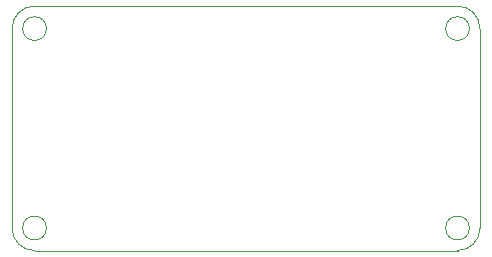
<source format=gbr>
%TF.GenerationSoftware,KiCad,Pcbnew,8.0.6*%
%TF.CreationDate,2024-11-26T14:09:56+01:00*%
%TF.ProjectId,Tiny Solar Supply,54696e79-2053-46f6-9c61-722053757070,rev?*%
%TF.SameCoordinates,Original*%
%TF.FileFunction,Profile,NP*%
%FSLAX46Y46*%
G04 Gerber Fmt 4.6, Leading zero omitted, Abs format (unit mm)*
G04 Created by KiCad (PCBNEW 8.0.6) date 2024-11-26 14:09:56*
%MOMM*%
%LPD*%
G01*
G04 APERTURE LIST*
%TA.AperFunction,Profile*%
%ADD10C,0.050000*%
%TD*%
G04 APERTURE END LIST*
D10*
X45085000Y-93853000D02*
G75*
G02*
X46990000Y-91948000I1905000J0D01*
G01*
X47998351Y-110744000D02*
G75*
G02*
X45981649Y-110744000I-1008351J0D01*
G01*
X45981649Y-110744000D02*
G75*
G02*
X47998351Y-110744000I1008351J0D01*
G01*
X83812351Y-93853000D02*
G75*
G02*
X81795649Y-93853000I-1008351J0D01*
G01*
X81795649Y-93853000D02*
G75*
G02*
X83812351Y-93853000I1008351J0D01*
G01*
X82804000Y-91948000D02*
X46990000Y-91948000D01*
X46990000Y-112649000D02*
X82804000Y-112649000D01*
X46990000Y-112649000D02*
G75*
G02*
X45085000Y-110744000I0J1905000D01*
G01*
X47998351Y-93853000D02*
G75*
G02*
X45981649Y-93853000I-1008351J0D01*
G01*
X45981649Y-93853000D02*
G75*
G02*
X47998351Y-93853000I1008351J0D01*
G01*
X45085000Y-93853000D02*
X45085000Y-110744000D01*
X83812351Y-110744000D02*
G75*
G02*
X81795649Y-110744000I-1008351J0D01*
G01*
X81795649Y-110744000D02*
G75*
G02*
X83812351Y-110744000I1008351J0D01*
G01*
X84709000Y-110744000D02*
G75*
G02*
X82804000Y-112649000I-1905000J0D01*
G01*
X84709000Y-110744000D02*
X84709000Y-93853000D01*
X82804000Y-91948000D02*
G75*
G02*
X84709000Y-93853000I0J-1905000D01*
G01*
M02*

</source>
